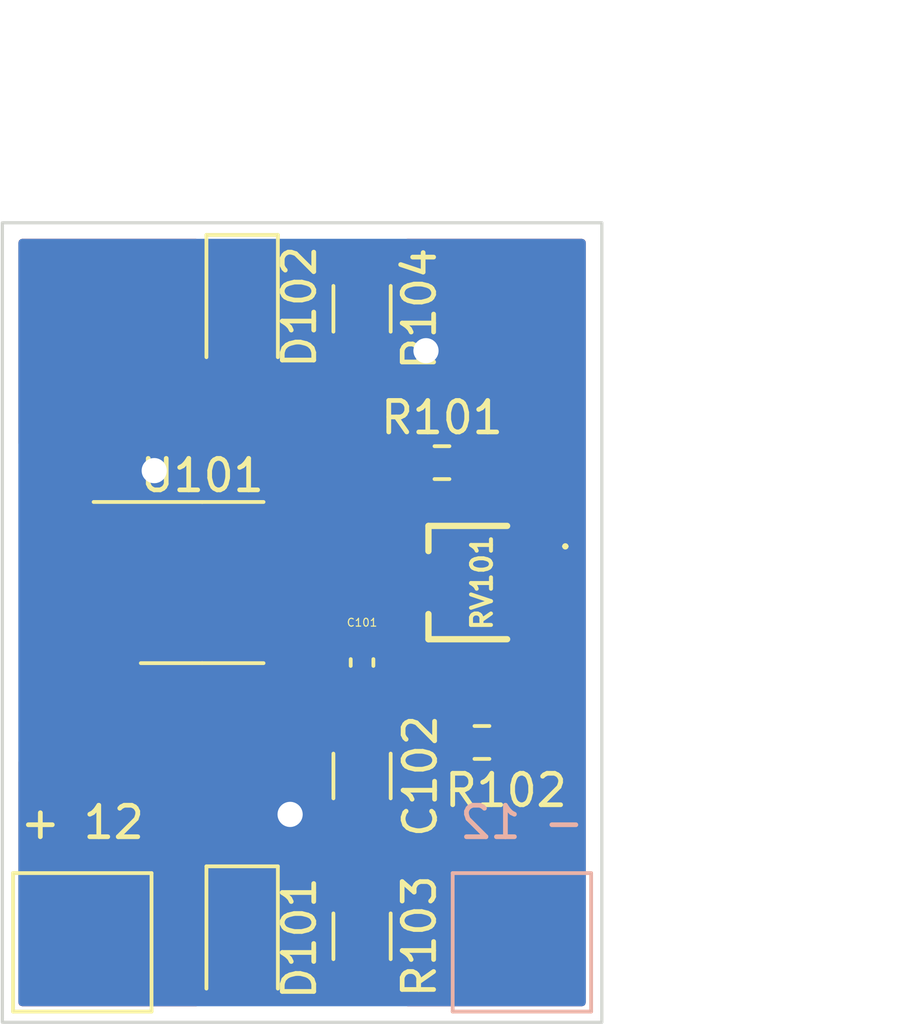
<source format=kicad_pcb>
(kicad_pcb (version 20211014) (generator pcbnew)
  (layers (0 "F.Cu" signal) (31 "B.Cu" signal) (34 "B.Paste" user) (35 "F.Paste" user) (36 "B.SilkS" user "B.Silkscreen") (37 "F.SilkS" user "F.Silkscreen") (38 "B.Mask" user) (39 "F.Mask" user) (44 "Edge.Cuts" user))
  (net 0 "")
  (net 1 "Net-(U101-Pad5)")
  (net 2 "GNDPWR")
  (net 3 "Net-(C102-Pad1)")
  (net 4 "/Flash")
  (net 5 "Net-(D101-Pad2)")
  (net 6 "Net-(D102-Pad1)")
  (net 7 "/Power")
  (net 8 "Net-(R101-Pad2)")
  (net 9 "Net-(R102-Pad1)")
  (net 10 "Net-(RV101-Pad2)")
  (footprint "LED_SMD:LED_1206_3216Metric" (layer "F.Cu") (at 105.41 64.9 -90)
    (fp_text reference "D102" (at 0 -1.82 90) (layer "F.SilkS"))
    (fp_text value "LED")
    (fp_line (start -2.285 -1.135) (end -2.285 1.135) (layer "F.SilkS") (width 0.12))
    (fp_line (start 1.6 -1.135) (end -2.285 -1.135) (layer "F.SilkS") (width 0.12))
    (fp_line (start -2.285 1.135) (end 1.6 1.135) (layer "F.SilkS") (width 0.12))
    (pad "1" smd roundrect (at -1.4 0 270) (size 1.25 1.75) (layers "F.Cu" "F.Paste" "F.Mask") (roundrect_rratio 0.2) (net 6 "Net-(D102-Pad1)"))
    (pad "2" smd roundrect (at 1.4 0 270) (size 1.25 1.75) (layers "F.Cu" "F.Paste" "F.Mask") (roundrect_rratio 0.2) (net 4 "/Flash"))
  )
  (footprint "Capacitor_SMD:C_1206_3216Metric" (layer "F.Cu") (at 109.22 79.805 -90)
    (fp_text reference "C102" (at 0 -1.85 90) (layer "F.SilkS"))
    (fp_text value "10uf")
    (fp_line (start -0.711252 -0.91) (end 0.711252 -0.91) (layer "F.SilkS") (width 0.12))
    (fp_line (start -0.711252 0.91) (end 0.711252 0.91) (layer "F.SilkS") (width 0.12))
    (pad "1" smd roundrect (at -1.475 0 270) (size 1.15 1.8) (layers "F.Cu" "F.Paste" "F.Mask") (roundrect_rratio 0.217391) (net 3 "Net-(C102-Pad1)"))
    (pad "2" smd roundrect (at 1.475 0 270) (size 1.15 1.8) (layers "F.Cu" "F.Paste" "F.Mask") (roundrect_rratio 0.217391) (net 2 "GNDPWR"))
  )
  (footprint "Resistor_SMD:R_1206_3216Metric" (layer "F.Cu") (at 109.22 64.9625 -90)
    (fp_text reference "R104" (at 0 -1.82 90) (layer "F.SilkS"))
    (fp_text value "330")
    (fp_line (start -0.727064 -0.91) (end 0.727064 -0.91) (layer "F.SilkS") (width 0.12))
    (fp_line (start -0.727064 0.91) (end 0.727064 0.91) (layer "F.SilkS") (width 0.12))
    (pad "1" smd roundrect (at -1.4625 0 270) (size 1.125 1.75) (layers "F.Cu" "F.Paste" "F.Mask") (roundrect_rratio 0.222222) (net 6 "Net-(D102-Pad1)"))
    (pad "2" smd roundrect (at 1.4625 0 270) (size 1.125 1.75) (layers "F.Cu" "F.Paste" "F.Mask") (roundrect_rratio 0.222222) (net 2 "GNDPWR"))
  )
  (footprint "Resistor_SMD:R_0603_1608Metric" (layer "F.Cu") (at 113.03 78.74 180)
    (fp_text reference "R102" (at -0.762 -1.524) (layer "F.SilkS"))
    (fp_text value "1K")
    (fp_line (start -0.237258 0.5225) (end 0.237258 0.5225) (layer "F.SilkS") (width 0.12))
    (fp_line (start -0.237258 -0.5225) (end 0.237258 -0.5225) (layer "F.SilkS") (width 0.12))
    (pad "1" smd roundrect (at -0.825 0 180) (size 0.8 0.95) (layers "F.Cu" "F.Paste" "F.Mask") (net 9 "Net-(R102-Pad1)"))
    (pad "2" smd roundrect (at 0.825 0 180) (size 0.8 0.95) (layers "F.Cu" "F.Paste" "F.Mask") (net 3 "Net-(C102-Pad1)"))
  )
  (footprint "TestPoint:TestPoint_Pad_4.0x4.0mm" (layer "F.Cu") (at 100.33 85.09)
    (fp_text reference "TP101")
    (fp_text value "+ 12" (at 0 -3.81) (layer "F.SilkS"))
    (fp_line (start -2.2 -2.2) (end 2.2 -2.2) (layer "F.SilkS") (width 0.12))
    (fp_line (start -2.2 2.2) (end -2.2 -2.2) (layer "F.SilkS") (width 0.12))
    (fp_line (start 2.2 2.2) (end -2.2 2.2) (layer "F.SilkS") (width 0.12))
    (fp_line (start 2.2 -2.2) (end 2.2 2.2) (layer "F.SilkS") (width 0.12))
    (pad "1" smd rect (at 0 0) (size 4 4) (layers "F.Cu" "F.Mask") (net 7 "/Power"))
  )
  (footprint "Package_SO:SOIC-8_3.9x4.9mm_P1.27mm" (layer "F.Cu") (at 104.14 73.66)
    (fp_text reference "U101" (at 0 -3.4) (layer "F.SilkS"))
    (fp_text value "LM555xM")
    (fp_line (start 0 -2.56) (end -3.45 -2.56) (layer "F.SilkS") (width 0.12))
    (fp_line (start 0 -2.56) (end 1.95 -2.56) (layer "F.SilkS") (width 0.12))
    (fp_line (start 0 2.56) (end 1.95 2.56) (layer "F.SilkS") (width 0.12))
    (fp_line (start 0 2.56) (end -1.95 2.56) (layer "F.SilkS") (width 0.12))
    (pad "1" smd roundrect (at -2.475 -1.905) (size 1.95 0.6) (layers "F.Cu" "F.Paste" "F.Mask") (net 2 "GNDPWR"))
    (pad "2" smd roundrect (at -2.475 -0.635) (size 1.95 0.6) (layers "F.Cu" "F.Paste" "F.Mask") (net 3 "Net-(C102-Pad1)"))
    (pad "3" smd roundrect (at -2.475 0.635) (size 1.95 0.6) (layers "F.Cu" "F.Paste" "F.Mask") (net 4 "/Flash"))
    (pad "4" smd roundrect (at -2.475 1.905) (size 1.95 0.6) (layers "F.Cu" "F.Paste" "F.Mask") (net 7 "/Power"))
    (pad "5" smd roundrect (at 2.475 1.905) (size 1.95 0.6) (layers "F.Cu" "F.Paste" "F.Mask") (net 1 "Net-(U101-Pad5)"))
    (pad "6" smd roundrect (at 2.475 0.635) (size 1.95 0.6) (layers "F.Cu" "F.Paste" "F.Mask") (net 3 "Net-(C102-Pad1)"))
    (pad "7" smd roundrect (at 2.475 -0.635) (size 1.95 0.6) (layers "F.Cu" "F.Paste" "F.Mask") (net 10 "Net-(RV101-Pad2)"))
    (pad "8" smd roundrect (at 2.475 -1.905) (size 1.95 0.6) (layers "F.Cu" "F.Paste" "F.Mask") (net 7 "/Power"))
  )
  (footprint "Resistor_SMD:R_0603_1608Metric" (layer "F.Cu") (at 111.76 69.85)
    (fp_text reference "R101" (at 0 -1.43) (layer "F.SilkS"))
    (fp_text value "1K")
    (fp_line (start -0.237258 -0.5225) (end 0.237258 -0.5225) (layer "F.SilkS") (width 0.12))
    (fp_line (start -0.237258 0.5225) (end 0.237258 0.5225) (layer "F.SilkS") (width 0.12))
    (pad "1" smd roundrect (at -0.825 0) (size 0.8 0.95) (layers "F.Cu" "F.Paste" "F.Mask") (net 7 "/Power"))
    (pad "2" smd roundrect (at 0.825 0) (size 0.8 0.95) (layers "F.Cu" "F.Paste" "F.Mask") (net 8 "Net-(R101-Pad2)"))
  )
  (footprint "LED_SMD:LED_1206_3216Metric" (layer "F.Cu") (at 105.41 84.96 -90)
    (fp_text reference "D101" (at 0 -1.82 90) (layer "F.SilkS"))
    (fp_text value "LED")
    (fp_line (start -2.285 1.135) (end 1.6 1.135) (layer "F.SilkS") (width 0.12))
    (fp_line (start -2.285 -1.135) (end -2.285 1.135) (layer "F.SilkS") (width 0.12))
    (fp_line (start 1.6 -1.135) (end -2.285 -1.135) (layer "F.SilkS") (width 0.12))
    (pad "1" smd roundrect (at -1.4 0 270) (size 1.25 1.75) (layers "F.Cu" "F.Paste" "F.Mask") (roundrect_rratio 0.2) (net 4 "/Flash"))
    (pad "2" smd roundrect (at 1.4 0 270) (size 1.25 1.75) (layers "F.Cu" "F.Paste" "F.Mask") (roundrect_rratio 0.2) (net 5 "Net-(D101-Pad2)"))
  )
  (footprint "Capacitor_SMD:C_0402_1005Metric" (layer "F.Cu") (at 109.22 76.2 -90)
    (fp_text reference "C101" (at -1.27 0 180) (layer "F.SilkS") (effects (font (size 0.25 0.25) (thickness 0.035))))
    (fp_text value ".01uf")
    (fp_line (start -0.107836 -0.36) (end 0.107836 -0.36) (layer "F.SilkS") (width 0.12))
    (fp_line (start -0.107836 0.36) (end 0.107836 0.36) (layer "F.SilkS") (width 0.12))
    (pad "1" smd roundrect (at -0.48 0 270) (size 0.56 0.62) (layers "F.Cu" "F.Paste" "F.Mask") (net 1 "Net-(U101-Pad5)"))
    (pad "2" smd roundrect (at 0.48 0 270) (size 0.56 0.62) (layers "F.Cu" "F.Paste" "F.Mask") (net 2 "GNDPWR"))
  )
  (footprint "BournsPVG3A:PVG3A103C01R00" (layer "F.Cu") (at 113.03 73.66 90)
    (fp_text reference "RV101" (at 0 0 90) (layer "F.SilkS") (effects (font (size 0.635 0.635) (thickness 0.127))))
    (fp_text value "100K" hide)
    (fp_line (start 1.15 2.7) (end 1.15 2.7) (layer "F.SilkS") (width 0.1))
    (fp_line (start 1 -1.7) (end 1.8 -1.7) (layer "F.SilkS") (width 0.2))
    (fp_line (start -1.8 -1.7) (end -1.8 0.8) (layer "F.SilkS") (width 0.2))
    (fp_line (start -1 -1.7) (end -1.8 -1.7) (layer "F.SilkS") (width 0.2))
    (fp_line (start 1.15 2.6) (end 1.15 2.6) (layer "F.SilkS") (width 0.1))
    (fp_line (start 1.8 -1.7) (end 1.8 0.8) (layer "F.SilkS") (width 0.2))
    (fp_arc (start 1.15 2.7) (mid 1.1 2.65) (end 1.15 2.6) (layer "F.SilkS") (width 0.1))
    (fp_arc (start 1.15 2.6) (mid 1.2 2.65) (end 1.15 2.7) (layer "F.SilkS") (width 0.1))
    (pad "1" smd rect locked (at 1.15 1.65 180) (size 0.9 1.1) (layers "F.Cu" "F.Paste" "F.Mask") (net 8 "Net-(R101-Pad2)"))
    (pad "2" smd rect locked (at 0 -1.65 180) (size 0.9 1.4) (layers "F.Cu" "F.Paste" "F.Mask") (net 10 "Net-(RV101-Pad2)"))
    (pad "3" smd rect locked (at -1.15 1.65 180) (size 0.9 1.1) (layers "F.Cu" "F.Paste" "F.Mask") (net 9 "Net-(R102-Pad1)"))
  )
  (footprint "Resistor_SMD:R_1206_3216Metric" (layer "F.Cu") (at 109.22 84.8975 -90)
    (fp_text reference "R103" (at 0 -1.82 90) (layer "F.SilkS"))
    (fp_text value "330")
    (fp_line (start -0.727064 -0.91) (end 0.727064 -0.91) (layer "F.SilkS") (width 0.12))
    (fp_line (start -0.727064 0.91) (end 0.727064 0.91) (layer "F.SilkS") (width 0.12))
    (pad "1" smd roundrect (at -1.4625 0 270) (size 1.125 1.75) (layers "F.Cu" "F.Paste" "F.Mask") (roundrect_rratio 0.222222) (net 7 "/Power"))
    (pad "2" smd roundrect (at 1.4625 0 270) (size 1.125 1.75) (layers "F.Cu" "F.Paste" "F.Mask") (roundrect_rratio 0.222222) (net 5 "Net-(D101-Pad2)"))
  )
  (footprint "TestPoint:TestPoint_Pad_4.0x4.0mm" (layer "B.Cu") (at 114.3 85.09 180)
    (fp_text reference "TP102")
    (fp_text value "- 12" (at 0 3.81) (layer "B.SilkS") (effects (justify mirror)))
    (fp_line (start 2.2 -2.2) (end -2.2 -2.2) (layer "B.SilkS") (width 0.12))
    (fp_line (start -2.2 2.2) (end 2.2 2.2) (layer "B.SilkS") (width 0.12))
    (fp_line (start 2.2 2.2) (end 2.2 -2.2) (layer "B.SilkS") (width 0.12))
    (fp_line (start -2.2 -2.2) (end -2.2 2.2) (layer "B.SilkS") (width 0.12))
    (pad "1" smd rect (at 0 0 180) (size 4 4) (layers "B.Cu" "B.Mask") (net 2 "GNDPWR"))
  )
  (gr_rect (start 97.79 62.23) (end 116.84 87.63) (layer "Edge.Cuts") (width 0.1) (fill none))
  (segment (start 106.77 75.72) (end 109.22 75.72) (width 0.25) (layer "F.Cu") (net 1))
  (segment (start 106.615 75.565) (end 106.77 75.72) (width 0.25) (layer "F.Cu") (net 1))
  (segment (start 101.665 71.755) (end 101.665 71.055) (width 0.5) (layer "F.Cu") (net 2))
  (segment (start 110.998 79.502) (end 109.22 81.28) (width 0.25) (layer "F.Cu") (net 2))
  (segment (start 109.22 66.425) (end 111.121 66.425) (width 0.5) (layer "F.Cu") (net 2))
  (segment (start 109.954 76.68) (end 110.998 77.724) (width 0.25) (layer "F.Cu") (net 2))
  (segment (start 107.188 81.28) (end 106.934 81.026) (width 0.5) (layer "F.Cu") (net 2))
  (segment (start 109.22 76.68) (end 109.954 76.68) (width 0.25) (layer "F.Cu") (net 2))
  (segment (start 101.665 71.055) (end 102.616 70.104) (width 0.5) (layer "F.Cu") (net 2))
  (segment (start 109.22 81.28) (end 107.188 81.28) (width 0.5) (layer "F.Cu") (net 2))
  (segment (start 110.998 77.724) (end 110.998 79.502) (width 0.25) (layer "F.Cu") (net 2))
  (segment (start 111.121 66.425) (end 111.252 66.294) (width 0.5) (layer "F.Cu") (net 2))
  (via (at 106.934 81.026) (size 1.6) (drill 0.8) (layers "F.Cu" "B.Cu") (net 2))
  (via (at 102.616 70.104) (size 1.6) (drill 0.8) (layers "F.Cu" "B.Cu") (net 2))
  (via (at 111.252 66.294) (size 1.6) (drill 0.8) (layers "F.Cu" "B.Cu") (net 2))
  (segment (start 109.22 78.33) (end 107.733249 78.33) (width 0.25) (layer "F.Cu") (net 3))
  (segment (start 112.205 78.74) (end 112.205 76.645) (width 0.25) (layer "F.Cu") (net 3))
  (segment (start 105.315 75.025) (end 106.045 74.295) (width 0.25) (layer "F.Cu") (net 3))
  (segment (start 109.855 74.295) (end 106.615 74.295) (width 0.25) (layer "F.Cu") (net 3))
  (segment (start 112.205 76.645) (end 109.855 74.295) (width 0.25) (layer "F.Cu") (net 3))
  (segment (start 105.315 75.911751) (end 105.315 75.025) (width 0.25) (layer "F.Cu") (net 3))
  (segment (start 103.505 73.025) (end 101.665 73.025) (width 0.25) (layer "F.Cu") (net 3))
  (segment (start 106.615 74.295) (end 104.775 74.295) (width 0.25) (layer "F.Cu") (net 3))
  (segment (start 106.045 74.295) (end 106.615 74.295) (width 0.25) (layer "F.Cu") (net 3))
  (segment (start 104.775 74.295) (end 103.505 73.025) (width 0.25) (layer "F.Cu") (net 3))
  (segment (start 107.733249 78.33) (end 105.315 75.911751) (width 0.25) (layer "F.Cu") (net 3))
  (segment (start 105.41 83.56) (end 103.88 83.56) (width 0.5) (layer "F.Cu") (net 4))
  (segment (start 99.06 78.74) (end 99.06 74.93) (width 0.5) (layer "F.Cu") (net 4))
  (segment (start 103.88 83.56) (end 99.06 78.74) (width 0.5) (layer "F.Cu") (net 4))
  (segment (start 99.695 74.295) (end 101.665 74.295) (width 0.5) (layer "F.Cu") (net 4))
  (segment (start 99.06 73.66) (end 99.695 74.295) (width 0.5) (layer "F.Cu") (net 4))
  (segment (start 99.06 69.85) (end 102.61 66.3) (width 0.5) (layer "F.Cu") (net 4))
  (segment (start 99.06 74.93) (end 99.695 74.295) (width 0.5) (layer "F.Cu") (net 4))
  (segment (start 99.06 73.66) (end 99.06 69.85) (width 0.5) (layer "F.Cu") (net 4))
  (segment (start 102.61 66.3) (end 105.41 66.3) (width 0.5) (layer "F.Cu") (net 4))
  (segment (start 105.41 86.36) (end 109.22 86.36) (width 0.5) (layer "F.Cu") (net 5))
  (segment (start 105.41 63.5) (end 109.22 63.5) (width 0.5) (layer "F.Cu") (net 6))
  (segment (start 114.68 71.945) (end 112.585 69.85) (width 0.25) (layer "F.Cu") (net 8))
  (segment (start 114.68 72.51) (end 114.68 71.945) (width 0.25) (layer "F.Cu") (net 8))
  (segment (start 114.68 77.915) (end 113.855 78.74) (width 0.25) (layer "F.Cu") (net 9))
  (segment (start 114.68 74.81) (end 114.68 77.915) (width 0.25) (layer "F.Cu") (net 9))
  (segment (start 107.25 73.66) (end 106.615 73.025) (width 0.25) (layer "F.Cu") (net 10))
  (segment (start 111.38 73.66) (end 107.25 73.66) (width 0.25) (layer "F.Cu") (net 10))
  (zone (net 7) (net_name "/Power") (layer "F.Cu") (connect_pads thru_hole_only (clearance 0.508)) (min_thickness 0.254) (fill yes (thermal_gap 0.508) (thermal_bridge_width 0.508))
    (polygon (pts (xy 116.84 87.63) (xy 97.79 87.63) (xy 97.79 62.23) (xy 116.84 62.23)))
  )
  (zone (net 2) (net_name "GNDPWR") (layer "B.Cu") (connect_pads thru_hole_only (clearance 0.508)) (min_thickness 0.254) (fill yes (thermal_gap 0.508) (thermal_bridge_width 0.508))
    (polygon (pts (xy 116.84 87.63) (xy 97.79 87.63) (xy 97.79 62.23) (xy 116.84 62.23)))
  )
)
</source>
